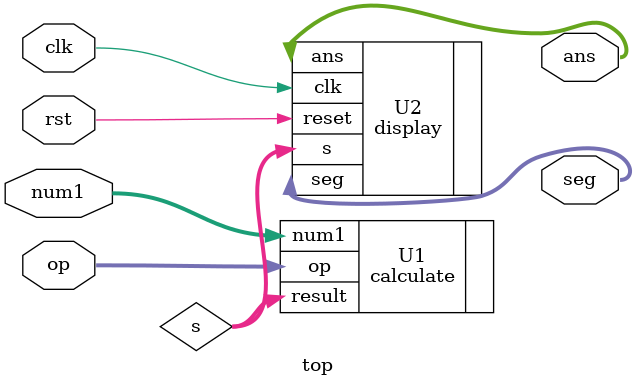
<source format=v>
`timescale 1ns / 1ps


module top(
    input clk,
    input rst,
    input [2:0] op,
    input [7:0] num1,
    output [7:0] ans,
    output [6:0] seg
    );
    wire [31:0] s;
    calculate U1(.num1(num1),.op(op),.result(s));
    
    display U2(.clk(clk),.reset(rst),.s(s),.ans(ans),.seg(seg));
endmodule

</source>
